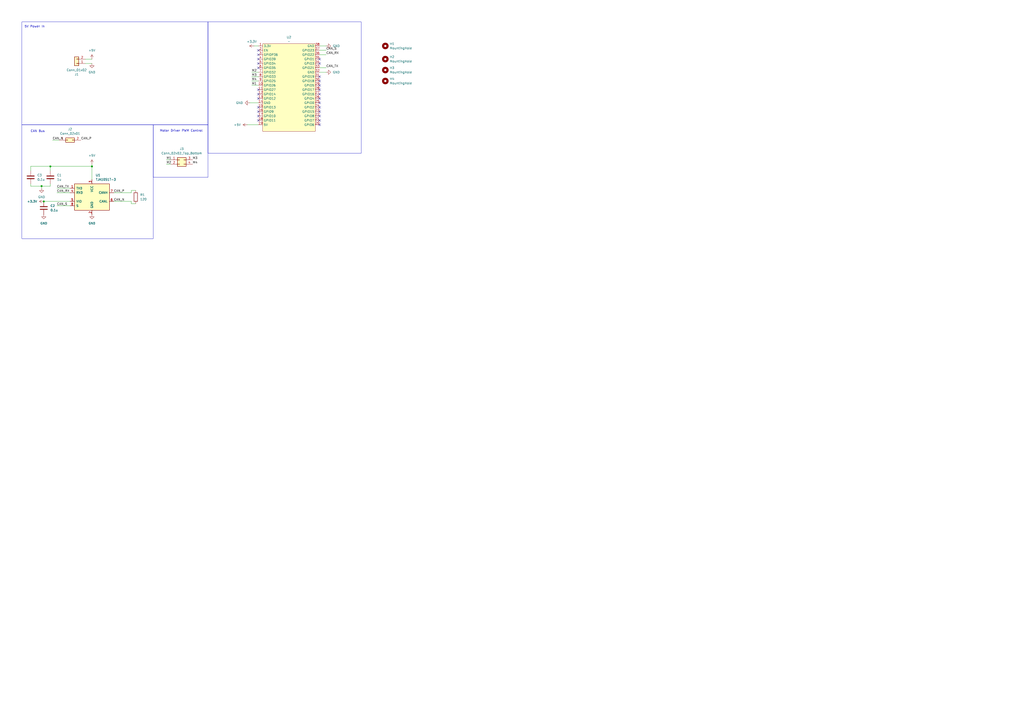
<source format=kicad_sch>
(kicad_sch (version 20250114) (generator "eeschema") (generator_version "9.0")
  (paper "A2")
  (lib_symbols
    (symbol "Connector_Generic:Conn_01x02" (pin_names (offset 1.016) (hide yes))
      (property "Reference" "J" (at 0 2.54 0))
      (property "Value" "Conn_01x02" (at 0 -5.08 0))
      (symbol "Conn_01x02_1_1"
        (rectangle (start -1.27 1.27) (end 1.27 -3.81) (stroke (width 0.254)) (fill (type background)))
        (rectangle (start -1.27 0.127) (end 0 -0.127) (stroke (width 0.1524)))
        (rectangle (start -1.27 -2.413) (end 0 -2.667) (stroke (width 0.1524)))
        (pin passive line (at -5.08 0 0) (length 3.81) (name "Pin_1") (number "1"))
        (pin passive line (at -5.08 -2.54 0) (length 3.81) (name "Pin_2") (number "2"))
      )
    )
    (symbol "Connector_Generic:Conn_02x01" (pin_names (offset 1.016) (hide yes))
      (property "Reference" "J" (at 1.27 2.54 0))
      (property "Value" "Conn_02x01" (at 1.27 -2.54 0))
      (symbol "Conn_02x01_1_1"
        (rectangle (start -1.27 1.27) (end 3.81 -1.27) (stroke (width 0.254)) (fill (type background)))
        (rectangle (start -1.27 0.127) (end 0 -0.127) (stroke (width 0.1524)))
        (rectangle (start 3.81 0.127) (end 2.54 -0.127) (stroke (width 0.1524)))
        (pin passive line (at -5.08 0 0) (length 3.81) (name "Pin_1") (number "1"))
        (pin passive line (at 7.62 0 180) (length 3.81) (name "Pin_2") (number "2"))
      )
    )
    (symbol "Connector_Generic:Conn_02x02_Top_Bottom" (pin_names (offset 1.016) (hide yes))
      (property "Reference" "J" (at 1.27 2.54 0))
      (property "Value" "Conn_02x02_Top_Bottom" (at 1.27 -5.08 0))
      (symbol "Conn_02x02_Top_Bottom_1_1"
        (rectangle (start -1.27 1.27) (end 3.81 -3.81) (stroke (width 0.254)) (fill (type background)))
        (rectangle (start -1.27 0.127) (end 0 -0.127) (stroke (width 0.1524)))
        (rectangle (start -1.27 -2.413) (end 0 -2.667) (stroke (width 0.1524)))
        (rectangle (start 3.81 0.127) (end 2.54 -0.127) (stroke (width 0.1524)))
        (rectangle (start 3.81 -2.413) (end 2.54 -2.667) (stroke (width 0.1524)))
        (pin passive line (at -5.08 0 0) (length 3.81) (name "Pin_1") (number "1"))
        (pin passive line (at -5.08 -2.54 0) (length 3.81) (name "Pin_2") (number "2"))
        (pin passive line (at 7.62 0 180) (length 3.81) (name "Pin_3") (number "3"))
        (pin passive line (at 7.62 -2.54 180) (length 3.81) (name "Pin_4") (number "4"))
      )
    )
    (symbol "Device:C" (pin_numbers (hide yes)) (pin_names (offset 0.254))
      (property "Reference" "C" (at 0.635 2.54 0))
      (property "Value" "C" (at 0.635 -2.54 0))
      (symbol "C_0_1"
        (polyline (pts (xy -2.032 0.762) (xy 2.032 0.762)) (stroke (width 0.508)))
        (polyline (pts (xy -2.032 -0.762) (xy 2.032 -0.762)) (stroke (width 0.508)))
      )
      (symbol "C_1_1"
        (pin passive line (at 0 3.81 270) (length 2.794) (name "~") (number "1"))
        (pin passive line (at 0 -3.81 90) (length 2.794) (name "~") (number "2"))
      )
    )
    (symbol "Device:R" (pin_numbers (hide yes)) (pin_names (offset 0))
      (property "Reference" "R" (at 2.032 0 90))
      (property "Value" "R" (at 0 0 90))
      (symbol "R_0_1"
        (rectangle (start -1.016 -2.54) (end 1.016 2.54) (stroke (width 0.254)))
      )
      (symbol "R_1_1"
        (pin passive line (at 0 3.81 270) (length 1.27) (name "~") (number "1"))
        (pin passive line (at 0 -3.81 90) (length 1.27) (name "~") (number "2"))
      )
    )
    (symbol "ESP32-CP2102:ESP32-CP2102"
      (property "Reference" "U" (at 0 0 0))
      (symbol "ESP32-CP2102_1_1"
        (rectangle (start 0 50.8) (end 30.48 0) (fill (type background)))
        (pin power_in line (at -2.54 49.53 0) (length 2.54) (name "3.3V") (number "1"))
        (pin input line (at -2.54 46.99 0) (length 2.54) (name "EN") (number "2"))
        (pin bidirectional line (at -2.54 44.45 0) (length 2.54) (name "GPIOP36") (number "3"))
        (pin bidirectional line (at -2.54 41.91 0) (length 2.54) (name "GPIO39") (number "4"))
        (pin bidirectional line (at -2.54 39.37 0) (length 2.54) (name "GPIO34") (number "5"))
        (pin bidirectional line (at -2.54 36.83 0) (length 2.54) (name "GPIO35") (number "6"))
        (pin bidirectional line (at -2.54 34.29 0) (length 2.54) (name "GPIO32") (number "7"))
        (pin bidirectional line (at -2.54 31.75 0) (length 2.54) (name "GPIO33") (number "8"))
        (pin bidirectional line (at -2.54 29.21 0) (length 2.54) (name "GPIO25") (number "9"))
        (pin bidirectional line (at -2.54 26.67 0) (length 2.54) (name "GPIO26") (number "10"))
        (pin bidirectional line (at -2.54 24.13 0) (length 2.54) (name "GPIO27") (number "11"))
        (pin bidirectional line (at -2.54 21.59 0) (length 2.54) (name "GPIO14") (number "12"))
        (pin bidirectional line (at -2.54 19.05 0) (length 2.54) (name "GPIO12") (number "13"))
        (pin unspecified line (at -2.54 16.51 0) (length 2.54) (name "GND") (number "14"))
        (pin bidirectional line (at -2.54 13.97 0) (length 2.54) (name "GPIO13") (number "15"))
        (pin bidirectional line (at -2.54 11.43 0) (length 2.54) (name "GPIO9") (number "16"))
        (pin bidirectional line (at -2.54 8.89 0) (length 2.54) (name "GPIO10") (number "17"))
        (pin bidirectional line (at -2.54 6.35 0) (length 2.54) (name "GPIO11") (number "18"))
        (pin power_in line (at -2.54 3.81 0) (length 2.54) (name "5V") (number "19"))
        (pin power_in line (at 33.02 49.53 180) (length 2.54) (name "GND") (number "38"))
        (pin bidirectional line (at 33.02 46.99 180) (length 2.54) (name "GPIO23") (number "37"))
        (pin bidirectional line (at 33.02 44.45 180) (length 2.54) (name "GPIO22") (number "36"))
        (pin bidirectional line (at 33.02 41.91 180) (length 2.54) (name "GPIO1") (number "35"))
        (pin bidirectional line (at 33.02 39.37 180) (length 2.54) (name "GPIO3") (number "34"))
        (pin bidirectional line (at 33.02 36.83 180) (length 2.54) (name "GPIO21") (number "33"))
        (pin power_in line (at 33.02 34.29 180) (length 2.54) (name "GND") (number "32"))
        (pin bidirectional line (at 33.02 31.75 180) (length 2.54) (name "GPIO19") (number "31"))
        (pin bidirectional line (at 33.02 29.21 180) (length 2.54) (name "GPIO18") (number "30"))
        (pin bidirectional line (at 33.02 26.67 180) (length 2.54) (name "GPIO5") (number "29"))
        (pin bidirectional line (at 33.02 24.13 180) (length 2.54) (name "GPIO17") (number "28"))
        (pin bidirectional line (at 33.02 21.59 180) (length 2.54) (name "GPIO16") (number "27"))
        (pin bidirectional line (at 33.02 19.05 180) (length 2.54) (name "GPIO4") (number "26"))
        (pin bidirectional line (at 33.02 16.51 180) (length 2.54) (name "GPIO0") (number "25"))
        (pin bidirectional line (at 33.02 13.97 180) (length 2.54) (name "GPIO2") (number "24"))
        (pin bidirectional line (at 33.02 11.43 180) (length 2.54) (name "GPIO15") (number "23"))
        (pin bidirectional line (at 33.02 8.89 180) (length 2.54) (name "GPIO8") (number "22"))
        (pin bidirectional line (at 33.02 6.35 180) (length 2.54) (name "GPIO7") (number "21"))
        (pin bidirectional line (at 33.02 3.81 180) (length 2.54) (name "GPIO6") (number "20"))
      )
    )
    (symbol "Interface_CAN_LIN:TJA1051T-3" (pin_names (offset 1.016))
      (property "Reference" "U" (at -10.16 8.89 0))
      (property "Value" "TJA1051T-3" (at 1.27 8.89 0))
      (symbol "TJA1051T-3_0_1"
        (rectangle (start -10.16 7.62) (end 10.16 -7.62) (stroke (width 0.254)) (fill (type background)))
      )
      (symbol "TJA1051T-3_1_1"
        (pin input line (at -12.7 5.08 0) (length 2.54) (name "TXD") (number "1"))
        (pin output line (at -12.7 2.54 0) (length 2.54) (name "RXD") (number "4"))
        (pin power_in line (at -12.7 -2.54 0) (length 2.54) (name "VIO") (number "5"))
        (pin input line (at -12.7 -5.08 0) (length 2.54) (name "S") (number "8"))
        (pin power_in line (at 0 10.16 270) (length 2.54) (name "VCC") (number "3"))
        (pin power_in line (at 0 -10.16 90) (length 2.54) (name "GND") (number "2"))
        (pin bidirectional line (at 12.7 2.54 180) (length 2.54) (name "CANH") (number "7"))
        (pin bidirectional line (at 12.7 -2.54 180) (length 2.54) (name "CANL") (number "6"))
      )
    )
    (symbol "Mechanical:MountingHole" (pin_names (offset 1.016)) (exclude_from_sim yes) (in_bom no)
      (property "Reference" "H" (at 0 5.08 0))
      (property "Value" "MountingHole" (at 0 3.175 0))
      (symbol "MountingHole_0_1"
        (circle (center 0 0) (radius 1.27) (stroke (width 1.27)))
      )
    )
    (symbol "power:+3.3V" (power) (pin_numbers (hide yes)) (pin_names (offset 0) (hide yes))
      (property "Value" "+3.3V" (at 0 3.556 0))
      (symbol "+3.3V_0_1"
        (polyline (pts (xy -0.762 1.27) (xy 0 2.54)))
        (polyline (pts (xy 0 2.54) (xy 0.762 1.27)))
        (polyline (pts (xy 0 0) (xy 0 2.54)))
      )
      (symbol "+3.3V_1_1"
        (pin power_in line (at 0 0 90) (length 0) (name "~") (number "1"))
      )
    )
    (symbol "power:+5V" (power) (pin_numbers (hide yes)) (pin_names (offset 0) (hide yes))
      (property "Value" "+5V" (at 0 3.556 0))
      (symbol "+5V_0_1"
        (polyline (pts (xy -0.762 1.27) (xy 0 2.54)))
        (polyline (pts (xy 0 2.54) (xy 0.762 1.27)))
        (polyline (pts (xy 0 0) (xy 0 2.54)))
      )
      (symbol "+5V_1_1"
        (pin power_in line (at 0 0 90) (length 0) (name "~") (number "1"))
      )
    )
    (symbol "power:GND" (power) (pin_numbers (hide yes)) (pin_names (offset 0) (hide yes))
      (property "Value" "GND" (at 0 -3.81 0))
      (symbol "GND_0_1"
        (polyline (pts (xy 0 0) (xy 0 -1.27) (xy 1.27 -1.27) (xy 0 -2.54) (xy -1.27 -1.27) (xy 0 -1.27)))
      )
      (symbol "GND_1_1"
        (pin power_in line (at 0 0 270) (length 0) (name "~") (number "1"))
      )
    )
  )
  (rectangle (start 12.7 12.7) (end 120.65 72.39))
  (rectangle (start 120.65 12.7) (end 209.55 88.9))
  (rectangle (start 88.9 72.39) (end 120.65 102.87))
  (rectangle (start 12.7 72.39) (end 88.9 138.43))
  (text "Motor Driver PWM Control" (at 105.156 75.946 0) (effects (font (size 1.27 1.27))))
  (text "CAN Bus" (at 21.844 76.2 0) (effects (font (size 1.27 1.27))))
  (text "5V Power In" (at 20.066 15.494 0) (effects (font (size 1.27 1.27))))
  (junction (at 53.34 96.52))
  (junction (at 24.13 107.95))
  (junction (at 25.4 116.84))
  (junction (at 29.21 96.52))
  (no_connect (at 185.42 67.31))
  (no_connect (at 185.42 52.07))
  (no_connect (at 149.86 62.23))
  (no_connect (at 185.42 34.29))
  (no_connect (at 185.42 36.83))
  (no_connect (at 185.42 59.69))
  (no_connect (at 149.86 31.75))
  (no_connect (at 149.86 36.83))
  (no_connect (at 185.42 69.85))
  (no_connect (at 149.86 39.37))
  (no_connect (at 185.42 57.15))
  (no_connect (at 149.86 52.07))
  (no_connect (at 149.86 29.21))
  (no_connect (at 149.86 67.31))
  (no_connect (at 149.86 54.61))
  (no_connect (at 149.86 64.77))
  (no_connect (at 185.42 64.77))
  (no_connect (at 149.86 57.15))
  (no_connect (at 149.86 69.85))
  (no_connect (at 185.42 49.53))
  (no_connect (at 185.42 72.39))
  (no_connect (at 185.42 62.23))
  (no_connect (at 185.42 44.45))
  (no_connect (at 149.86 34.29))
  (no_connect (at 185.42 46.99))
  (no_connect (at 185.42 54.61))
  (wire (pts (xy 30.48 81.28) (xy 34.29 81.28)))
  (wire (pts (xy 146.05 44.45) (xy 149.86 44.45)))
  (wire (pts (xy 29.21 107.95) (xy 24.13 107.95)))
  (wire (pts (xy 29.21 107.95) (xy 29.21 106.68)))
  (wire (pts (xy 189.23 26.67) (xy 185.42 26.67)))
  (wire (pts (xy 17.78 99.06) (xy 17.78 96.52)))
  (wire (pts (xy 76.2 118.11) (xy 78.74 118.11)))
  (wire (pts (xy 143.51 72.39) (xy 149.86 72.39)))
  (wire (pts (xy 146.05 41.91) (xy 149.86 41.91)))
  (wire (pts (xy 24.13 107.95) (xy 24.13 109.22)))
  (wire (pts (xy 185.42 31.75) (xy 189.23 31.75)))
  (wire (pts (xy 146.05 49.53) (xy 149.86 49.53)))
  (wire (pts (xy 96.52 92.71) (xy 99.06 92.71)))
  (wire (pts (xy 17.78 106.68) (xy 17.78 107.95)))
  (wire (pts (xy 76.2 110.49) (xy 76.2 111.76)))
  (wire (pts (xy 146.05 46.99) (xy 149.86 46.99)))
  (wire (pts (xy 189.23 39.37) (xy 185.42 39.37)))
  (wire (pts (xy 29.21 96.52) (xy 53.34 96.52)))
  (wire (pts (xy 76.2 116.84) (xy 76.2 118.11)))
  (wire (pts (xy 147.32 26.67) (xy 149.86 26.67)))
  (wire (pts (xy 17.78 107.95) (xy 24.13 107.95)))
  (wire (pts (xy 33.02 109.22) (xy 40.64 109.22)))
  (wire (pts (xy 33.02 119.38) (xy 40.64 119.38)))
  (wire (pts (xy 53.34 95.25) (xy 53.34 96.52)))
  (wire (pts (xy 76.2 111.76) (xy 66.04 111.76)))
  (wire (pts (xy 78.74 110.49) (xy 76.2 110.49)))
  (wire (pts (xy 25.4 116.84) (xy 40.64 116.84)))
  (wire (pts (xy 144.78 59.69) (xy 149.86 59.69)))
  (wire (pts (xy 33.02 111.76) (xy 40.64 111.76)))
  (wire (pts (xy 49.53 36.83) (xy 53.34 36.83)))
  (wire (pts (xy 96.52 95.25) (xy 99.06 95.25)))
  (wire (pts (xy 17.78 96.52) (xy 29.21 96.52)))
  (wire (pts (xy 185.42 29.21) (xy 189.23 29.21)))
  (wire (pts (xy 49.53 34.29) (xy 53.34 34.29)))
  (wire (pts (xy 66.04 116.84) (xy 76.2 116.84)))
  (wire (pts (xy 189.23 41.91) (xy 185.42 41.91)))
  (wire (pts (xy 53.34 96.52) (xy 53.34 104.14)))
  (wire (pts (xy 29.21 96.52) (xy 29.21 99.06)))
  (label "M2" (at 146.05 41.91 0))
  (label "CAN_RX" (at 33.02 111.76 0))
  (label "M2" (at 96.52 95.25 0))
  (label "M3" (at 111.76 92.71 0))
  (label "M4" (at 111.76 95.25 0))
  (label "CAN_P" (at 66.04 111.76 0))
  (label "M3" (at 146.05 44.45 0))
  (label "CAN_RX" (at 189.23 31.75 0))
  (label "M4" (at 146.05 46.99 0))
  (label "M1" (at 96.52 92.71 0))
  (label "CAN_S" (at 189.23 29.21 0))
  (label "CAN_N" (at 66.04 116.84 0))
  (label "CAN_S" (at 33.02 119.38 0))
  (label "M1" (at 146.05 49.53 0))
  (label "CAN_TX" (at 33.02 109.22 0))
  (label "CAN_TX" (at 189.23 39.37 0))
  (label "CAN_P" (at 46.99 81.28 0))
  (label "CAN_N" (at 30.48 81.28 0))
  (symbol (lib_id "power:GND") (at 53.34 36.83 0) (mirror y) (unit 1)
    (property "Reference" "#PWR083" (effects (hide yes)))
    (property "Value" "GND" (at 53.34 41.91 0))
    (property "Description" "Power symbol creates a global label with name \"GND\" , ground" (effects (hide yes)))
  )
  (symbol (lib_id "Connector_Generic:Conn_02x02_Top_Bottom") (at 104.14 92.71 0) (unit 1)
    (property "Reference" "J3" (at 105.41 86.36 0))
    (property "Value" "Conn_02x02_Top_Bottom" (at 105.41 88.9 0))
    (property "Footprint" "Connector_Molex:Molex_Micro-Fit_3.0_43045-0400_2x02_P3.00mm_Horizontal" (effects (hide yes)))
    (property "Description" "Generic connector, double row, 02x02, top/bottom pin numbering scheme (row 1: 1...pins_per_row, row2: pins_per_row+1 ... num_pins), script generated (kicad-library-utils/schlib/autogen/connector/)" (effects (hide yes)))
  )
  (symbol (lib_id "power:+3.3V") (at 147.32 26.67 90) (unit 1)
    (property "Reference" "#PWR01" (effects (hide yes)))
    (property "Value" "+3.3V" (at 146.05 24.13 90))
    (property "Description" "Power symbol creates a global label with name \"+3.3V\"" (effects (hide yes)))
  )
  (symbol (lib_id "Connector_Generic:Conn_02x01") (at 39.37 81.28 0) (unit 1)
    (property "Reference" "J2" (at 40.64 74.93 0))
    (property "Value" "Conn_02x01" (at 40.64 77.47 0))
    (property "Footprint" "Connector_Molex:Molex_Micro-Fit_3.0_43045-0200_2x01_P3.00mm_Horizontal" (effects (hide yes)))
    (property "Description" "Generic connector, double row, 02x01, this symbol is compatible with counter-clockwise, top-bottom and odd-even numbering schemes., script generated (kicad-library-utils/schlib/autogen/connector/)" (effects (hide yes)))
  )
  (symbol (lib_id "Device:R") (at 78.74 114.3 0) (unit 1)
    (property "Reference" "R1" (at 81.28 113.0299 0) (effects (justify left)))
    (property "Value" "120" (at 81.28 115.5699 0) (effects (justify left)))
    (property "Footprint" "Resistor_SMD:R_0805_2012Metric" (effects (hide yes)))
    (property "Description" "Resistor" (effects (hide yes)))
  )
  (symbol (lib_id "Mechanical:MountingHole") (at 223.52 40.64 0) (unit 1) (exclude_from_sim yes) (in_bom no)
    (property "Reference" "H3" (at 226.06 39.3699 0) (effects (justify left)))
    (property "Value" "MountingHole" (at 226.06 41.9099 0) (effects (justify left)))
    (property "Footprint" "MountingHole:MountingHole_3.2mm_M3_Pad_TopBottom" (effects (hide yes)))
    (property "Description" "Mounting Hole without connection" (effects (hide yes)))
  )
  (symbol (lib_id "Mechanical:MountingHole") (at 223.52 34.29 0) (unit 1) (exclude_from_sim yes) (in_bom no)
    (property "Reference" "H2" (at 226.06 33.0199 0) (effects (justify left)))
    (property "Value" "MountingHole" (at 226.06 35.5599 0) (effects (justify left)))
    (property "Footprint" "MountingHole:MountingHole_3.2mm_M3_Pad_TopBottom" (effects (hide yes)))
    (property "Description" "Mounting Hole without connection" (effects (hide yes)))
  )
  (symbol (lib_id "Device:C") (at 17.78 102.87 0) (unit 1)
    (property "Reference" "C3" (at 21.59 101.5999 0) (effects (justify left)))
    (property "Value" "0.1u" (at 21.59 104.1399 0) (effects (justify left)))
    (property "Footprint" "Capacitor_SMD:C_0805_2012Metric" (effects (hide yes)))
    (property "Description" "Unpolarized capacitor" (effects (hide yes)))
  )
  (symbol (lib_id "Connector_Generic:Conn_01x02") (at 44.45 36.83 180) (unit 1)
    (property "Reference" "J1" (at 44.45 43.18 0))
    (property "Value" "Conn_01x02" (at 44.45 40.64 0))
    (property "Footprint" "Connector_AMASS:AMASS_XT30PW-M_1x02_P2.50mm_Horizontal" (effects (hide yes)))
    (property "Description" "Generic connector, single row, 01x02, script generated (kicad-library-utils/schlib/autogen/connector/)" (effects (hide yes)))
  )
  (symbol (lib_id "ESP32-CP2102:ESP32-CP2102") (at 152.4 76.2 0) (unit 1)
    (property "Reference" "U2" (at 167.64 21.59 0))
    (property "Value" "~" (at 167.64 24.13 0))
    (property "Footprint" "local:Z_ESP32_DevKitC_38pin_socket" (effects (hide yes)))
  )
  (symbol (lib_id "power:GND") (at 53.34 124.46 0) (unit 1)
    (property "Reference" "#PWR02" (effects (hide yes)))
    (property "Value" "GND" (at 53.34 129.54 0))
    (property "Description" "Power symbol creates a global label with name \"GND\" , ground" (effects (hide yes)))
  )
  (symbol (lib_id "Device:C") (at 25.4 120.65 0) (unit 1)
    (property "Reference" "C2" (at 29.21 119.3799 0) (effects (justify left)))
    (property "Value" "0.1u" (at 29.21 121.9199 0) (effects (justify left)))
    (property "Footprint" "Capacitor_SMD:C_0805_2012Metric" (effects (hide yes)))
    (property "Description" "Unpolarized capacitor" (effects (hide yes)))
  )
  (symbol (lib_id "Device:C") (at 29.21 102.87 0) (unit 1)
    (property "Reference" "C1" (at 33.02 101.5999 0) (effects (justify left)))
    (property "Value" "1u" (at 33.02 104.1399 0) (effects (justify left)))
    (property "Footprint" "Capacitor_SMD:C_0805_2012Metric" (effects (hide yes)))
    (property "Description" "Unpolarized capacitor" (effects (hide yes)))
  )
  (symbol (lib_id "power:+3.3V") (at 25.4 116.84 90) (unit 1)
    (property "Reference" "#PWR04" (effects (hide yes)))
    (property "Value" "+3.3V" (at 21.59 116.8399 90) (effects (justify left)))
    (property "Description" "Power symbol creates a global label with name \"+3.3V\"" (effects (hide yes)))
  )
  (symbol (lib_id "power:GND") (at 189.23 26.67 90) (mirror x) (unit 1)
    (property "Reference" "#PWR015" (effects (hide yes)))
    (property "Value" "GND" (at 193.04 26.6699 90) (effects (justify right)))
    (property "Description" "Power symbol creates a global label with name \"GND\" , ground" (effects (hide yes)))
  )
  (symbol (lib_id "power:+5V") (at 143.51 72.39 90) (unit 1)
    (property "Reference" "#PWR013" (effects (hide yes)))
    (property "Value" "+5V" (at 139.7 72.3899 90) (effects (justify left)))
    (property "Description" "Power symbol creates a global label with name \"+5V\"" (effects (hide yes)))
  )
  (symbol (lib_id "power:GND") (at 189.23 41.91 90) (mirror x) (unit 1)
    (property "Reference" "#PWR016" (effects (hide yes)))
    (property "Value" "GND" (at 193.04 41.9099 90) (effects (justify right)))
    (property "Description" "Power symbol creates a global label with name \"GND\" , ground" (effects (hide yes)))
  )
  (symbol (lib_id "power:GND") (at 144.78 59.69 270) (mirror x) (unit 1)
    (property "Reference" "#PWR017" (effects (hide yes)))
    (property "Value" "GND" (at 140.97 59.6899 90) (effects (justify right)))
    (property "Description" "Power symbol creates a global label with name \"GND\" , ground" (effects (hide yes)))
  )
  (symbol (lib_id "power:GND") (at 24.13 109.22 0) (unit 1)
    (property "Reference" "#PWR05" (effects (hide yes)))
    (property "Value" "GND" (at 24.13 114.3 0))
    (property "Description" "Power symbol creates a global label with name \"GND\" , ground" (effects (hide yes)))
  )
  (symbol (lib_id "Mechanical:MountingHole") (at 223.52 46.99 0) (unit 1) (exclude_from_sim yes) (in_bom no)
    (property "Reference" "H4" (at 226.06 45.7199 0) (effects (justify left)))
    (property "Value" "MountingHole" (at 226.06 48.2599 0) (effects (justify left)))
    (property "Footprint" "MountingHole:MountingHole_3.2mm_M3_Pad_TopBottom" (effects (hide yes)))
    (property "Description" "Mounting Hole without connection" (effects (hide yes)))
  )
  (symbol (lib_id "power:GND") (at 25.4 124.46 0) (unit 1)
    (property "Reference" "#PWR06" (effects (hide yes)))
    (property "Value" "GND" (at 25.4 129.54 0))
    (property "Description" "Power symbol creates a global label with name \"GND\" , ground" (effects (hide yes)))
  )
  (symbol (lib_id "power:+5V") (at 53.34 95.25 0) (unit 1)
    (property "Reference" "#PWR03" (effects (hide yes)))
    (property "Value" "+5V" (at 53.34 90.17 0))
    (property "Description" "Power symbol creates a global label with name \"+5V\"" (effects (hide yes)))
  )
  (symbol (lib_id "power:+5V") (at 53.34 34.29 0) (unit 1)
    (property "Reference" "#PWR084" (effects (hide yes)))
    (property "Value" "+5V" (at 53.34 29.21 0))
    (property "Description" "Power symbol creates a global label with name \"+5V\"" (effects (hide yes)))
  )
  (symbol (lib_id "Interface_CAN_LIN:TJA1051T-3") (at 53.34 114.3 0) (unit 1)
    (property "Reference" "U1" (at 55.4833 101.6 0) (effects (justify left)))
    (property "Value" "TJA1051T-3" (at 55.4833 104.14 0) (effects (justify left)))
    (property "Footprint" "Package_SO:SOIC-8_3.9x4.9mm_P1.27mm" (effects (hide yes)))
    (property "Datasheet" "http://www.nxp.com/docs/en/data-sheet/TJA1051.pdf" (effects (hide yes)))
    (property "Description" "High-Speed CAN Transceiver, separate VIO, silent mode, SOIC-8" (effects (hide yes)))
  )
  (symbol (lib_id "Mechanical:MountingHole") (at 223.52 26.67 0) (unit 1) (exclude_from_sim yes) (in_bom no)
    (property "Reference" "H1" (at 226.06 25.3999 0) (effects (justify left)))
    (property "Value" "MountingHole" (at 226.06 27.9399 0) (effects (justify left)))
    (property "Footprint" "MountingHole:MountingHole_3.2mm_M3_Pad_TopBottom" (effects (hide yes)))
    (property "Description" "Mounting Hole without connection" (effects (hide yes)))
  )
)
</source>
